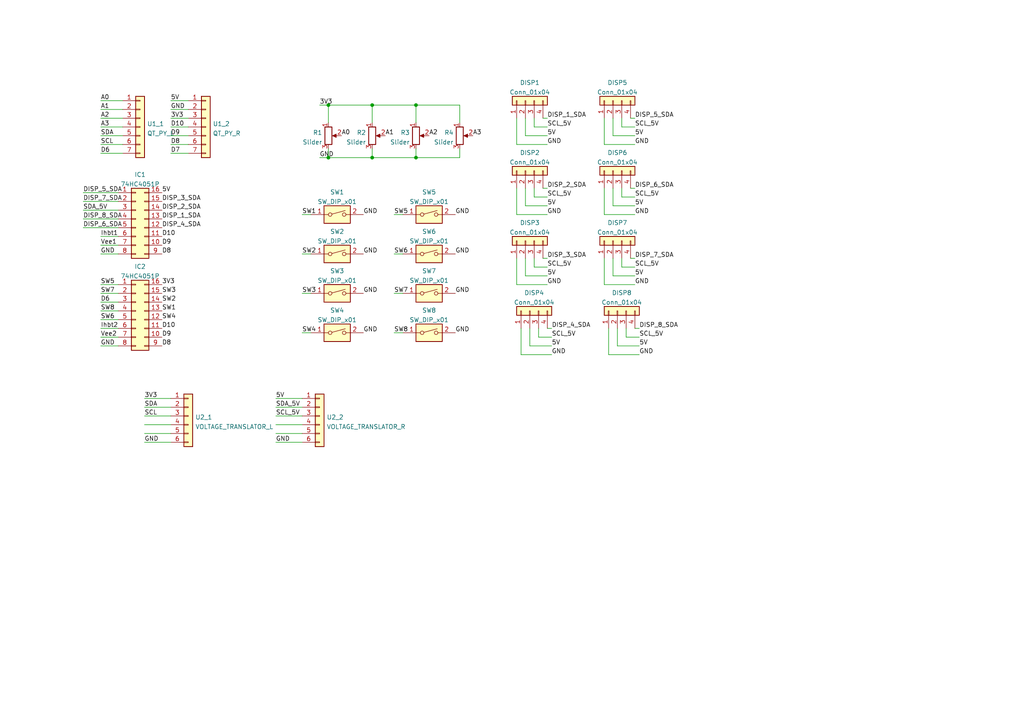
<source format=kicad_sch>
(kicad_sch (version 20211123) (generator eeschema)
  (paper "A4")
  (lib_symbols
    (symbol "Connector_Generic:Conn_01x04" (pin_names (offset 1.016) hide)
      (property "Reference" "J" (at 0 5.08 0))
      (property "Value" "Conn_01x04" (at 0 -7.62 0))
      (symbol "Conn_01x04_1_1"
        (rectangle (start -1.27 -4.953) (end 0 -5.207) (stroke (width 0.1524)))
        (rectangle (start -1.27 -2.413) (end 0 -2.667) (stroke (width 0.1524)))
        (rectangle (start -1.27 0.127) (end 0 -0.127) (stroke (width 0.1524)))
        (rectangle (start -1.27 2.667) (end 0 2.413) (stroke (width 0.1524)))
        (rectangle (start -1.27 3.81) (end 1.27 -6.35) (stroke (width 0.254)) (fill (type background)))
        (pin passive line (at -5.08 2.54 0) (length 3.81) (name "Pin_1") (number "1"))
        (pin passive line (at -5.08 0 0) (length 3.81) (name "Pin_2") (number "2"))
        (pin passive line (at -5.08 -2.54 0) (length 3.81) (name "Pin_3") (number "3"))
        (pin passive line (at -5.08 -5.08 0) (length 3.81) (name "Pin_4") (number "4"))
      )
    )
    (symbol "Connector_Generic:Conn_01x06" (pin_names (offset 1.016) hide)
      (property "Reference" "J" (at 0 7.62 0))
      (property "Value" "Conn_01x06" (at 0 -10.16 0))
      (symbol "Conn_01x06_1_1"
        (rectangle (start -1.27 -7.493) (end 0 -7.747) (stroke (width 0.1524)))
        (rectangle (start -1.27 -4.953) (end 0 -5.207) (stroke (width 0.1524)))
        (rectangle (start -1.27 -2.413) (end 0 -2.667) (stroke (width 0.1524)))
        (rectangle (start -1.27 0.127) (end 0 -0.127) (stroke (width 0.1524)))
        (rectangle (start -1.27 2.667) (end 0 2.413) (stroke (width 0.1524)))
        (rectangle (start -1.27 5.207) (end 0 4.953) (stroke (width 0.1524)))
        (rectangle (start -1.27 6.35) (end 1.27 -8.89) (stroke (width 0.254)) (fill (type background)))
        (pin passive line (at -5.08 5.08 0) (length 3.81) (name "Pin_1") (number "1"))
        (pin passive line (at -5.08 2.54 0) (length 3.81) (name "Pin_2") (number "2"))
        (pin passive line (at -5.08 0 0) (length 3.81) (name "Pin_3") (number "3"))
        (pin passive line (at -5.08 -2.54 0) (length 3.81) (name "Pin_4") (number "4"))
        (pin passive line (at -5.08 -5.08 0) (length 3.81) (name "Pin_5") (number "5"))
        (pin passive line (at -5.08 -7.62 0) (length 3.81) (name "Pin_6") (number "6"))
      )
    )
    (symbol "Connector_Generic:Conn_01x07" (pin_names (offset 1.016) hide)
      (property "Reference" "J" (at 0 10.16 0))
      (property "Value" "Conn_01x07" (at 0 -10.16 0))
      (symbol "Conn_01x07_1_1"
        (rectangle (start -1.27 -7.493) (end 0 -7.747) (stroke (width 0.1524)))
        (rectangle (start -1.27 -4.953) (end 0 -5.207) (stroke (width 0.1524)))
        (rectangle (start -1.27 -2.413) (end 0 -2.667) (stroke (width 0.1524)))
        (rectangle (start -1.27 0.127) (end 0 -0.127) (stroke (width 0.1524)))
        (rectangle (start -1.27 2.667) (end 0 2.413) (stroke (width 0.1524)))
        (rectangle (start -1.27 5.207) (end 0 4.953) (stroke (width 0.1524)))
        (rectangle (start -1.27 7.747) (end 0 7.493) (stroke (width 0.1524)))
        (rectangle (start -1.27 8.89) (end 1.27 -8.89) (stroke (width 0.254)) (fill (type background)))
        (pin passive line (at -5.08 7.62 0) (length 3.81) (name "Pin_1") (number "1"))
        (pin passive line (at -5.08 5.08 0) (length 3.81) (name "Pin_2") (number "2"))
        (pin passive line (at -5.08 2.54 0) (length 3.81) (name "Pin_3") (number "3"))
        (pin passive line (at -5.08 0 0) (length 3.81) (name "Pin_4") (number "4"))
        (pin passive line (at -5.08 -2.54 0) (length 3.81) (name "Pin_5") (number "5"))
        (pin passive line (at -5.08 -5.08 0) (length 3.81) (name "Pin_6") (number "6"))
        (pin passive line (at -5.08 -7.62 0) (length 3.81) (name "Pin_7") (number "7"))
      )
    )
    (symbol "Connector_Generic:Conn_02x08_Counter_Clockwise" (pin_names (offset 1.016) hide)
      (property "Reference" "J" (at 1.27 10.16 0))
      (property "Value" "Conn_02x08_Counter_Clockwise" (at 1.27 -12.7 0))
      (symbol "Conn_02x08_Counter_Clockwise_1_1"
        (rectangle (start -1.27 -10.033) (end 0 -10.287) (stroke (width 0.1524)))
        (rectangle (start -1.27 -7.493) (end 0 -7.747) (stroke (width 0.1524)))
        (rectangle (start -1.27 -4.953) (end 0 -5.207) (stroke (width 0.1524)))
        (rectangle (start -1.27 -2.413) (end 0 -2.667) (stroke (width 0.1524)))
        (rectangle (start -1.27 0.127) (end 0 -0.127) (stroke (width 0.1524)))
        (rectangle (start -1.27 2.667) (end 0 2.413) (stroke (width 0.1524)))
        (rectangle (start -1.27 5.207) (end 0 4.953) (stroke (width 0.1524)))
        (rectangle (start -1.27 7.747) (end 0 7.493) (stroke (width 0.1524)))
        (rectangle (start -1.27 8.89) (end 3.81 -11.43) (stroke (width 0.254)) (fill (type background)))
        (rectangle (start 3.81 -10.033) (end 2.54 -10.287) (stroke (width 0.1524)))
        (rectangle (start 3.81 -7.493) (end 2.54 -7.747) (stroke (width 0.1524)))
        (rectangle (start 3.81 -4.953) (end 2.54 -5.207) (stroke (width 0.1524)))
        (rectangle (start 3.81 -2.413) (end 2.54 -2.667) (stroke (width 0.1524)))
        (rectangle (start 3.81 0.127) (end 2.54 -0.127) (stroke (width 0.1524)))
        (rectangle (start 3.81 2.667) (end 2.54 2.413) (stroke (width 0.1524)))
        (rectangle (start 3.81 5.207) (end 2.54 4.953) (stroke (width 0.1524)))
        (rectangle (start 3.81 7.747) (end 2.54 7.493) (stroke (width 0.1524)))
        (pin passive line (at -5.08 7.62 0) (length 3.81) (name "Pin_1") (number "1"))
        (pin passive line (at 7.62 -7.62 180) (length 3.81) (name "Pin_10") (number "10"))
        (pin passive line (at 7.62 -5.08 180) (length 3.81) (name "Pin_11") (number "11"))
        (pin passive line (at 7.62 -2.54 180) (length 3.81) (name "Pin_12") (number "12"))
        (pin passive line (at 7.62 0 180) (length 3.81) (name "Pin_13") (number "13"))
        (pin passive line (at 7.62 2.54 180) (length 3.81) (name "Pin_14") (number "14"))
        (pin passive line (at 7.62 5.08 180) (length 3.81) (name "Pin_15") (number "15"))
        (pin passive line (at 7.62 7.62 180) (length 3.81) (name "Pin_16") (number "16"))
        (pin passive line (at -5.08 5.08 0) (length 3.81) (name "Pin_2") (number "2"))
        (pin passive line (at -5.08 2.54 0) (length 3.81) (name "Pin_3") (number "3"))
        (pin passive line (at -5.08 0 0) (length 3.81) (name "Pin_4") (number "4"))
        (pin passive line (at -5.08 -2.54 0) (length 3.81) (name "Pin_5") (number "5"))
        (pin passive line (at -5.08 -5.08 0) (length 3.81) (name "Pin_6") (number "6"))
        (pin passive line (at -5.08 -7.62 0) (length 3.81) (name "Pin_7") (number "7"))
        (pin passive line (at -5.08 -10.16 0) (length 3.81) (name "Pin_8") (number "8"))
        (pin passive line (at 7.62 -10.16 180) (length 3.81) (name "Pin_9") (number "9"))
      )
    )
    (symbol "Device:R_Potentiometer" (pin_names (offset 1.016) hide)
      (property "Reference" "RV" (at -4.445 0 90))
      (property "Value" "R_Potentiometer" (at -2.54 0 90))
      (symbol "R_Potentiometer_0_1"
        (polyline (pts (xy 2.54 0) (xy 1.524 0)))
        (polyline (pts (xy 1.143 0) (xy 2.286 0.508) (xy 2.286 -0.508) (xy 1.143 0)) (fill (type outline)))
        (rectangle (start 1.016 2.54) (end -1.016 -2.54) (stroke (width 0.254)))
      )
      (symbol "R_Potentiometer_1_1"
        (pin passive line (at 0 3.81 270) (length 1.27) (name "1") (number "1"))
        (pin passive line (at 3.81 0 180) (length 1.27) (name "2") (number "2"))
        (pin passive line (at 0 -3.81 90) (length 1.27) (name "3") (number "3"))
      )
    )
    (symbol "Switch:SW_DIP_x01" (pin_names (offset 0) hide)
      (property "Reference" "SW" (at 0 3.81 0))
      (property "Value" "SW_DIP_x01" (at 0 -3.81 0))
      (symbol "SW_DIP_x01_0_0"
        (circle (center -2.032 0) (radius 0.508))
        (polyline (pts (xy -1.524 0.127) (xy 2.3622 1.1684)))
        (circle (center 2.032 0) (radius 0.508))
      )
      (symbol "SW_DIP_x01_0_1"
        (rectangle (start -3.81 2.54) (end 3.81 -2.54) (stroke (width 0.254)) (fill (type background)))
      )
      (symbol "SW_DIP_x01_1_1"
        (pin passive line (at -7.62 0 0) (length 5.08) (name "~") (number "1"))
        (pin passive line (at 7.62 0 180) (length 5.08) (name "~") (number "2"))
      )
    )
  )
  (junction (at 95.25 30.48))
  (junction (at 120.65 45.72))
  (junction (at 95.25 45.72))
  (junction (at 107.95 45.72))
  (junction (at 120.65 30.48))
  (junction (at 107.95 30.48))
  (wire (pts (xy 49.53 39.37) (xy 54.61 39.37)))
  (wire (pts (xy 87.63 73.66) (xy 90.17 73.66)))
  (wire (pts (xy 175.26 41.91) (xy 184.15 41.91)))
  (wire (pts (xy 87.63 62.23) (xy 90.17 62.23)))
  (wire (pts (xy 29.21 95.25) (xy 34.29 95.25)))
  (wire (pts (xy 24.13 63.5) (xy 34.29 63.5)))
  (wire (pts (xy 175.26 74.93) (xy 175.26 82.55)))
  (wire (pts (xy 29.21 82.55) (xy 34.29 82.55)))
  (wire (pts (xy 177.8 34.29) (xy 177.8 39.37)))
  (wire (pts (xy 180.34 54.61) (xy 180.34 57.15)))
  (wire (pts (xy 80.01 120.65) (xy 87.63 120.65)))
  (wire (pts (xy 181.61 95.25) (xy 181.61 97.79)))
  (wire (pts (xy 154.94 34.29) (xy 154.94 36.83)))
  (wire (pts (xy 41.91 123.19) (xy 49.53 123.19)))
  (wire (pts (xy 107.95 45.72) (xy 107.95 43.18)))
  (wire (pts (xy 133.35 30.48) (xy 133.35 35.56)))
  (wire (pts (xy 80.01 118.11) (xy 87.63 118.11)))
  (wire (pts (xy 49.53 31.75) (xy 54.61 31.75)))
  (wire (pts (xy 120.65 30.48) (xy 120.65 35.56)))
  (wire (pts (xy 176.53 95.25) (xy 176.53 102.87)))
  (wire (pts (xy 156.21 97.79) (xy 160.02 97.79)))
  (wire (pts (xy 152.4 54.61) (xy 152.4 59.69)))
  (wire (pts (xy 107.95 45.72) (xy 120.65 45.72)))
  (wire (pts (xy 29.21 34.29) (xy 35.56 34.29)))
  (wire (pts (xy 152.4 59.69) (xy 158.75 59.69)))
  (wire (pts (xy 29.21 71.12) (xy 34.29 71.12)))
  (wire (pts (xy 120.65 30.48) (xy 133.35 30.48)))
  (wire (pts (xy 107.95 30.48) (xy 120.65 30.48)))
  (wire (pts (xy 49.53 29.21) (xy 54.61 29.21)))
  (wire (pts (xy 152.4 39.37) (xy 158.75 39.37)))
  (wire (pts (xy 114.3 73.66) (xy 116.84 73.66)))
  (wire (pts (xy 80.01 128.27) (xy 87.63 128.27)))
  (wire (pts (xy 24.13 66.04) (xy 34.29 66.04)))
  (wire (pts (xy 154.94 74.93) (xy 154.94 77.47)))
  (wire (pts (xy 29.21 31.75) (xy 35.56 31.75)))
  (wire (pts (xy 95.25 30.48) (xy 107.95 30.48)))
  (wire (pts (xy 87.63 96.52) (xy 90.17 96.52)))
  (wire (pts (xy 80.01 115.57) (xy 87.63 115.57)))
  (wire (pts (xy 29.21 39.37) (xy 35.56 39.37)))
  (wire (pts (xy 92.71 30.48) (xy 95.25 30.48)))
  (wire (pts (xy 151.13 95.25) (xy 151.13 102.87)))
  (wire (pts (xy 92.71 45.72) (xy 95.25 45.72)))
  (wire (pts (xy 177.8 80.01) (xy 184.15 80.01)))
  (wire (pts (xy 177.8 54.61) (xy 177.8 59.69)))
  (wire (pts (xy 24.13 55.88) (xy 34.29 55.88)))
  (wire (pts (xy 157.48 34.29) (xy 158.75 34.29)))
  (wire (pts (xy 158.75 95.25) (xy 160.02 95.25)))
  (wire (pts (xy 175.26 34.29) (xy 175.26 41.91)))
  (wire (pts (xy 24.13 60.96) (xy 34.29 60.96)))
  (wire (pts (xy 29.21 36.83) (xy 35.56 36.83)))
  (wire (pts (xy 49.53 41.91) (xy 54.61 41.91)))
  (wire (pts (xy 80.01 125.73) (xy 87.63 125.73)))
  (wire (pts (xy 29.21 73.66) (xy 34.29 73.66)))
  (wire (pts (xy 29.21 92.71) (xy 34.29 92.71)))
  (wire (pts (xy 149.86 82.55) (xy 158.75 82.55)))
  (wire (pts (xy 153.67 100.33) (xy 160.02 100.33)))
  (wire (pts (xy 49.53 34.29) (xy 54.61 34.29)))
  (wire (pts (xy 179.07 100.33) (xy 185.42 100.33)))
  (wire (pts (xy 114.3 62.23) (xy 116.84 62.23)))
  (wire (pts (xy 95.25 35.56) (xy 95.25 30.48)))
  (wire (pts (xy 29.21 29.21) (xy 35.56 29.21)))
  (wire (pts (xy 184.15 95.25) (xy 185.42 95.25)))
  (wire (pts (xy 87.63 85.09) (xy 90.17 85.09)))
  (wire (pts (xy 179.07 95.25) (xy 179.07 100.33)))
  (wire (pts (xy 133.35 45.72) (xy 133.35 43.18)))
  (wire (pts (xy 175.26 54.61) (xy 175.26 62.23)))
  (wire (pts (xy 175.26 82.55) (xy 184.15 82.55)))
  (wire (pts (xy 157.48 54.61) (xy 158.75 54.61)))
  (wire (pts (xy 182.88 54.61) (xy 184.15 54.61)))
  (wire (pts (xy 29.21 41.91) (xy 35.56 41.91)))
  (wire (pts (xy 149.86 74.93) (xy 149.86 82.55)))
  (wire (pts (xy 182.88 74.93) (xy 184.15 74.93)))
  (wire (pts (xy 152.4 80.01) (xy 158.75 80.01)))
  (wire (pts (xy 29.21 97.79) (xy 34.29 97.79)))
  (wire (pts (xy 41.91 115.57) (xy 49.53 115.57)))
  (wire (pts (xy 154.94 57.15) (xy 158.75 57.15)))
  (wire (pts (xy 95.25 45.72) (xy 107.95 45.72)))
  (wire (pts (xy 114.3 85.09) (xy 116.84 85.09)))
  (wire (pts (xy 180.34 36.83) (xy 184.15 36.83)))
  (wire (pts (xy 177.8 74.93) (xy 177.8 80.01)))
  (wire (pts (xy 156.21 95.25) (xy 156.21 97.79)))
  (wire (pts (xy 180.34 57.15) (xy 184.15 57.15)))
  (wire (pts (xy 177.8 59.69) (xy 184.15 59.69)))
  (wire (pts (xy 149.86 41.91) (xy 158.75 41.91)))
  (wire (pts (xy 182.88 34.29) (xy 184.15 34.29)))
  (wire (pts (xy 120.65 45.72) (xy 120.65 43.18)))
  (wire (pts (xy 29.21 85.09) (xy 34.29 85.09)))
  (wire (pts (xy 41.91 128.27) (xy 49.53 128.27)))
  (wire (pts (xy 24.13 58.42) (xy 34.29 58.42)))
  (wire (pts (xy 107.95 30.48) (xy 107.95 35.56)))
  (wire (pts (xy 154.94 77.47) (xy 158.75 77.47)))
  (wire (pts (xy 157.48 74.93) (xy 158.75 74.93)))
  (wire (pts (xy 149.86 54.61) (xy 149.86 62.23)))
  (wire (pts (xy 180.34 74.93) (xy 180.34 77.47)))
  (wire (pts (xy 153.67 95.25) (xy 153.67 100.33)))
  (wire (pts (xy 49.53 44.45) (xy 54.61 44.45)))
  (wire (pts (xy 41.91 118.11) (xy 49.53 118.11)))
  (wire (pts (xy 176.53 102.87) (xy 185.42 102.87)))
  (wire (pts (xy 149.86 34.29) (xy 149.86 41.91)))
  (wire (pts (xy 29.21 100.33) (xy 34.29 100.33)))
  (wire (pts (xy 29.21 44.45) (xy 35.56 44.45)))
  (wire (pts (xy 95.25 43.18) (xy 95.25 45.72)))
  (wire (pts (xy 29.21 90.17) (xy 34.29 90.17)))
  (wire (pts (xy 29.21 68.58) (xy 34.29 68.58)))
  (wire (pts (xy 152.4 34.29) (xy 152.4 39.37)))
  (wire (pts (xy 80.01 123.19) (xy 87.63 123.19)))
  (wire (pts (xy 151.13 102.87) (xy 160.02 102.87)))
  (wire (pts (xy 154.94 54.61) (xy 154.94 57.15)))
  (wire (pts (xy 49.53 36.83) (xy 54.61 36.83)))
  (wire (pts (xy 114.3 96.52) (xy 116.84 96.52)))
  (wire (pts (xy 41.91 120.65) (xy 49.53 120.65)))
  (wire (pts (xy 181.61 97.79) (xy 185.42 97.79)))
  (wire (pts (xy 180.34 34.29) (xy 180.34 36.83)))
  (wire (pts (xy 120.65 45.72) (xy 133.35 45.72)))
  (wire (pts (xy 175.26 62.23) (xy 184.15 62.23)))
  (wire (pts (xy 177.8 39.37) (xy 184.15 39.37)))
  (wire (pts (xy 29.21 87.63) (xy 34.29 87.63)))
  (wire (pts (xy 149.86 62.23) (xy 158.75 62.23)))
  (wire (pts (xy 180.34 77.47) (xy 184.15 77.47)))
  (wire (pts (xy 152.4 74.93) (xy 152.4 80.01)))
  (wire (pts (xy 154.94 36.83) (xy 158.75 36.83)))
  (wire (pts (xy 41.91 125.73) (xy 49.53 125.73)))
  (label "GND" (at 105.41 85.09 0))
  (label "Vee1" (at 29.21 71.12 0))
  (label "DISP_1_SDA" (at 158.75 34.29 0))
  (label "5V" (at 80.01 115.57 0))
  (label "GND" (at 132.08 85.09 0))
  (label "A2" (at 29.21 34.29 0))
  (label "GND" (at 29.21 73.66 0))
  (label "D8" (at 49.53 41.91 0))
  (label "D7" (at 49.53 44.45 0))
  (label "DISP_2_SDA" (at 46.99 60.96 0))
  (label "GND" (at 158.75 62.23 0))
  (label "Ihbt2" (at 29.21 95.25 0))
  (label "5V" (at 49.53 29.21 0))
  (label "SW2" (at 87.63 73.66 0))
  (label "D9" (at 49.53 39.37 0))
  (label "SW1" (at 87.63 62.23 0))
  (label "3V3" (at 46.99 82.55 0))
  (label "SW2" (at 46.99 87.63 0))
  (label "D10" (at 49.53 36.83 0))
  (label "GND" (at 158.75 41.91 0))
  (label "GND" (at 185.42 102.87 0))
  (label "5V" (at 158.75 59.69 0))
  (label "A0" (at 29.21 29.21 0))
  (label "SW6" (at 29.21 92.71 0))
  (label "A3" (at 137.16 39.37 0))
  (label "DISP_8_SDA" (at 24.13 63.5 0))
  (label "DISP_3_SDA" (at 158.75 74.93 0))
  (label "SCL_5V" (at 80.01 120.65 0))
  (label "A2" (at 124.46 39.37 0))
  (label "SDA" (at 41.91 118.11 0))
  (label "GND" (at 184.15 41.91 0))
  (label "DISP_6_SDA" (at 184.15 54.61 0))
  (label "D6" (at 29.21 44.45 0))
  (label "GND" (at 184.15 62.23 0))
  (label "DISP_6_SDA" (at 24.13 66.04 0))
  (label "DISP_2_SDA" (at 158.75 54.61 0))
  (label "D10" (at 46.99 95.25 0))
  (label "SCL_5V" (at 158.75 77.47 0))
  (label "SCL" (at 41.91 120.65 0))
  (label "SDA_5V" (at 24.13 60.96 0))
  (label "GND" (at 41.91 128.27 0))
  (label "DISP_3_SDA" (at 46.99 58.42 0))
  (label "SCL_5V" (at 158.75 36.83 0))
  (label "5V" (at 184.15 80.01 0))
  (label "A1" (at 29.21 31.75 0))
  (label "GND" (at 80.01 128.27 0))
  (label "GND" (at 160.02 102.87 0))
  (label "GND" (at 105.41 96.52 0))
  (label "DISP_7_SDA" (at 24.13 58.42 0))
  (label "D9" (at 46.99 97.79 0))
  (label "DISP_4_SDA" (at 46.99 66.04 0))
  (label "GND" (at 158.75 82.55 0))
  (label "3V3" (at 41.91 115.57 0))
  (label "5V" (at 184.15 59.69 0))
  (label "SCL_5V" (at 184.15 36.83 0))
  (label "3V3" (at 49.53 34.29 0))
  (label "5V" (at 46.99 55.88 0))
  (label "SW1" (at 46.99 90.17 0))
  (label "SW4" (at 46.99 92.71 0))
  (label "SDA" (at 29.21 39.37 0))
  (label "A0" (at 99.06 39.37 0))
  (label "3V3" (at 92.71 30.48 0))
  (label "GND" (at 132.08 62.23 0))
  (label "5V" (at 185.42 100.33 0))
  (label "A1" (at 111.76 39.37 0))
  (label "GND" (at 92.71 45.72 0))
  (label "GND" (at 29.21 100.33 0))
  (label "SCL" (at 29.21 41.91 0))
  (label "DISP_5_SDA" (at 184.15 34.29 0))
  (label "DISP_4_SDA" (at 160.02 95.25 0))
  (label "GND" (at 132.08 96.52 0))
  (label "GND" (at 49.53 31.75 0))
  (label "5V" (at 158.75 80.01 0))
  (label "SW8" (at 114.3 96.52 0))
  (label "SDA_5V" (at 80.01 118.11 0))
  (label "GND" (at 105.41 62.23 0))
  (label "GND" (at 132.08 73.66 0))
  (label "SW8" (at 29.21 90.17 0))
  (label "D8" (at 46.99 73.66 0))
  (label "GND" (at 184.15 82.55 0))
  (label "SW4" (at 87.63 96.52 0))
  (label "SW6" (at 114.3 73.66 0))
  (label "SCL_5V" (at 184.15 77.47 0))
  (label "Ihbt1" (at 29.21 68.58 0))
  (label "D10" (at 46.99 68.58 0))
  (label "DISP_7_SDA" (at 184.15 74.93 0))
  (label "SW7" (at 114.3 85.09 0))
  (label "SCL_5V" (at 160.02 97.79 0))
  (label "5V" (at 184.15 39.37 0))
  (label "5V" (at 160.02 100.33 0))
  (label "SW5" (at 114.3 62.23 0))
  (label "DISP_5_SDA" (at 24.13 55.88 0))
  (label "D9" (at 46.99 71.12 0))
  (label "D6" (at 29.21 87.63 0))
  (label "A3" (at 29.21 36.83 0))
  (label "DISP_8_SDA" (at 185.42 95.25 0))
  (label "D8" (at 46.99 100.33 0))
  (label "SW7" (at 29.21 85.09 0))
  (label "SCL_5V" (at 185.42 97.79 0))
  (label "SCL_5V" (at 184.15 57.15 0))
  (label "SCL_5V" (at 158.75 57.15 0))
  (label "Vee2" (at 29.21 97.79 0))
  (label "SW3" (at 87.63 85.09 0))
  (label "DISP_1_SDA" (at 46.99 63.5 0))
  (label "SW5" (at 29.21 82.55 0))
  (label "GND" (at 105.41 73.66 0))
  (label "SW3" (at 46.99 85.09 0))
  (label "5V" (at 158.75 39.37 0))
  (symbol (lib_id "Connector_Generic:Conn_01x07") (at 40.64 36.83 0) (unit 1)
    (property "Reference" "U1_1" (at 42.672 35.9215 0) (effects (justify left)))
    (property "Value" "QT_PY_L" (at 42.672 38.6966 0) (effects (justify left)))
    (property "Footprint" "Connector_PinHeader_2.54mm:PinHeader_1x07_P2.54mm_Vertical" (effects hide))
  )
  (symbol (lib_id "Connector_Generic:Conn_01x04") (at 153.67 90.17 90) (unit 1)
    (property "Reference" "DISP4" (at 154.94 84.9335 90))
    (property "Value" "Conn_01x04" (at 154.94 87.7086 90))
    (property "Footprint" "Connector_PinHeader_2.54mm:PinHeader_1x04_P2.54mm_Vertical" (effects hide))
  )
  (symbol (lib_id "Device:R_Potentiometer") (at 95.25 39.37 0) (unit 1)
    (property "Reference" "R1" (at 93.4721 38.4615 0) (effects (justify right)))
    (property "Value" "Slider" (at 93.4721 41.2366 0) (effects (justify right)))
    (property "Footprint" "Potentiometer_THT:Potentiometer_Bourns_PTA3043_Single_Slide" (effects hide))
  )
  (symbol (lib_id "Connector_Generic:Conn_01x06") (at 92.71 120.65 0) (unit 1)
    (property "Reference" "U2_2" (at 94.742 121.0115 0) (effects (justify left)))
    (property "Value" "VOLTAGE_TRANSLATOR_R" (at 94.742 123.7866 0) (effects (justify left)))
    (property "Footprint" "Connector_PinHeader_2.54mm:PinHeader_1x06_P2.54mm_Vertical" (effects hide))
  )
  (symbol (lib_id "Connector_Generic:Conn_01x07") (at 59.69 36.83 0) (unit 1)
    (property "Reference" "U1_2" (at 61.722 35.9215 0) (effects (justify left)))
    (property "Value" "QT_PY_R" (at 61.722 38.6966 0) (effects (justify left)))
    (property "Footprint" "Connector_PinHeader_2.54mm:PinHeader_1x07_P2.54mm_Vertical" (effects hide))
  )
  (symbol (lib_id "Device:R_Potentiometer") (at 133.35 39.37 0) (unit 1)
    (property "Reference" "R4" (at 131.5721 38.4615 0) (effects (justify right)))
    (property "Value" "Slider" (at 131.5721 41.2366 0) (effects (justify right)))
    (property "Footprint" "Potentiometer_THT:Potentiometer_Bourns_PTA3043_Single_Slide" (effects hide))
  )
  (symbol (lib_id "Device:R_Potentiometer") (at 120.65 39.37 0) (unit 1)
    (property "Reference" "R3" (at 118.8721 38.4615 0) (effects (justify right)))
    (property "Value" "Slider" (at 118.8721 41.2366 0) (effects (justify right)))
    (property "Footprint" "Potentiometer_THT:Potentiometer_Bourns_PTA3043_Single_Slide" (effects hide))
  )
  (symbol (lib_id "Switch:SW_DIP_x01") (at 97.79 73.66 0) (unit 1)
    (property "Reference" "SW2" (at 97.79 67.1535 0))
    (property "Value" "SW_DIP_x01" (at 97.79 69.9286 0))
    (property "Footprint" "Library:Switch_2pin_6mm_p4.5mm" (effects hide))
  )
  (symbol (lib_id "Connector_Generic:Conn_02x08_Counter_Clockwise") (at 39.37 63.5 0) (unit 1)
    (property "Reference" "IC1" (at 40.64 50.6435 0))
    (property "Value" "74HC4051P" (at 40.64 53.4186 0))
    (property "Footprint" "Package_DIP:DIP-16_W7.62mm_LongPads" (effects hide))
  )
  (symbol (lib_id "Connector_Generic:Conn_01x04") (at 177.8 69.85 90) (unit 1)
    (property "Reference" "DISP7" (at 179.07 64.6135 90))
    (property "Value" "Conn_01x04" (at 179.07 67.3886 90))
    (property "Footprint" "Connector_PinHeader_2.54mm:PinHeader_1x04_P2.54mm_Vertical" (effects hide))
  )
  (symbol (lib_id "Connector_Generic:Conn_01x04") (at 177.8 29.21 90) (unit 1)
    (property "Reference" "DISP5" (at 179.07 23.9735 90))
    (property "Value" "Conn_01x04" (at 179.07 26.7486 90))
    (property "Footprint" "Connector_PinHeader_2.54mm:PinHeader_1x04_P2.54mm_Vertical" (effects hide))
  )
  (symbol (lib_id "Switch:SW_DIP_x01") (at 124.46 62.23 0) (unit 1)
    (property "Reference" "SW5" (at 124.46 55.7235 0))
    (property "Value" "SW_DIP_x01" (at 124.46 58.4986 0))
    (property "Footprint" "Library:Switch_2pin_6mm_p4.5mm" (effects hide))
  )
  (symbol (lib_id "Connector_Generic:Conn_01x04") (at 152.4 29.21 90) (unit 1)
    (property "Reference" "DISP1" (at 153.67 23.9735 90))
    (property "Value" "Conn_01x04" (at 153.67 26.7486 90))
    (property "Footprint" "Connector_PinHeader_2.54mm:PinHeader_1x04_P2.54mm_Vertical" (effects hide))
  )
  (symbol (lib_id "Connector_Generic:Conn_01x04") (at 152.4 49.53 90) (unit 1)
    (property "Reference" "DISP2" (at 153.67 44.2935 90))
    (property "Value" "Conn_01x04" (at 153.67 47.0686 90))
    (property "Footprint" "Connector_PinHeader_2.54mm:PinHeader_1x04_P2.54mm_Vertical" (effects hide))
  )
  (symbol (lib_id "Device:R_Potentiometer") (at 107.95 39.37 0) (unit 1)
    (property "Reference" "R2" (at 106.1721 38.4615 0) (effects (justify right)))
    (property "Value" "Slider" (at 106.1721 41.2366 0) (effects (justify right)))
    (property "Footprint" "Potentiometer_THT:Potentiometer_Bourns_PTA3043_Single_Slide" (effects hide))
  )
  (symbol (lib_id "Switch:SW_DIP_x01") (at 97.79 62.23 0) (unit 1)
    (property "Reference" "SW1" (at 97.79 55.7235 0))
    (property "Value" "SW_DIP_x01" (at 97.79 58.4986 0))
    (property "Footprint" "Library:Switch_2pin_6mm_p4.5mm" (effects hide))
  )
  (symbol (lib_id "Connector_Generic:Conn_01x04") (at 152.4 69.85 90) (unit 1)
    (property "Reference" "DISP3" (at 153.67 64.6135 90))
    (property "Value" "Conn_01x04" (at 153.67 67.3886 90))
    (property "Footprint" "Connector_PinHeader_2.54mm:PinHeader_1x04_P2.54mm_Vertical" (effects hide))
  )
  (symbol (lib_id "Switch:SW_DIP_x01") (at 124.46 73.66 0) (unit 1)
    (property "Reference" "SW6" (at 124.46 67.1535 0))
    (property "Value" "SW_DIP_x01" (at 124.46 69.9286 0))
    (property "Footprint" "Library:Switch_2pin_6mm_p4.5mm" (effects hide))
  )
  (symbol (lib_id "Connector_Generic:Conn_02x08_Counter_Clockwise") (at 39.37 90.17 0) (unit 1)
    (property "Reference" "IC2" (at 40.64 77.3135 0))
    (property "Value" "74HC4051P" (at 40.64 80.0886 0))
    (property "Footprint" "Package_DIP:DIP-16_W7.62mm_LongPads" (effects hide))
  )
  (symbol (lib_id "Connector_Generic:Conn_01x04") (at 177.8 49.53 90) (unit 1)
    (property "Reference" "DISP6" (at 179.07 44.2935 90))
    (property "Value" "Conn_01x04" (at 179.07 47.0686 90))
    (property "Footprint" "Connector_PinHeader_2.54mm:PinHeader_1x04_P2.54mm_Vertical" (effects hide))
  )
  (symbol (lib_id "Switch:SW_DIP_x01") (at 97.79 96.52 0) (unit 1)
    (property "Reference" "SW4" (at 97.79 90.0135 0))
    (property "Value" "SW_DIP_x01" (at 97.79 92.7886 0))
    (property "Footprint" "Library:Switch_2pin_6mm_p4.5mm" (effects hide))
  )
  (symbol (lib_id "Switch:SW_DIP_x01") (at 124.46 85.09 0) (unit 1)
    (property "Reference" "SW7" (at 124.46 78.5835 0))
    (property "Value" "SW_DIP_x01" (at 124.46 81.3586 0))
    (property "Footprint" "Library:Switch_2pin_6mm_p4.5mm" (effects hide))
  )
  (symbol (lib_id "Switch:SW_DIP_x01") (at 124.46 96.52 0) (unit 1)
    (property "Reference" "SW8" (at 124.46 90.0135 0))
    (property "Value" "SW_DIP_x01" (at 124.46 92.7886 0))
    (property "Footprint" "Library:Switch_2pin_6mm_p4.5mm" (effects hide))
  )
  (symbol (lib_id "Switch:SW_DIP_x01") (at 97.79 85.09 0) (unit 1)
    (property "Reference" "SW3" (at 97.79 78.5835 0))
    (property "Value" "SW_DIP_x01" (at 97.79 81.3586 0))
    (property "Footprint" "Library:Switch_2pin_6mm_p4.5mm" (effects hide))
  )
  (symbol (lib_id "Connector_Generic:Conn_01x04") (at 179.07 90.17 90) (unit 1)
    (property "Reference" "DISP8" (at 180.34 84.9335 90))
    (property "Value" "Conn_01x04" (at 180.34 87.7086 90))
    (property "Footprint" "Connector_PinHeader_2.54mm:PinHeader_1x04_P2.54mm_Vertical" (effects hide))
  )
  (symbol (lib_id "Connector_Generic:Conn_01x06") (at 54.61 120.65 0) (unit 1)
    (property "Reference" "U2_1" (at 56.642 121.0115 0) (effects (justify left)))
    (property "Value" "VOLTAGE_TRANSLATOR_L" (at 56.642 123.7866 0) (effects (justify left)))
    (property "Footprint" "Connector_PinHeader_2.54mm:PinHeader_1x06_P2.54mm_Vertical" (effects hide))
  )
)
</source>
